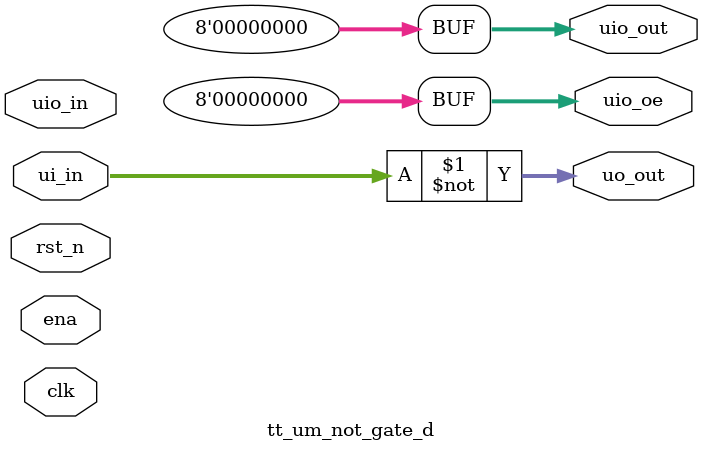
<source format=v>
/*
 * Copyright (c) 2024 Your Name
 * SPDX-License-Identifier: Apache-2.0
 */

`default_nettype none

module tt_um_not_gate_d (
    input  wire [7:0] ui_in,    // Dedicated inputs
    output wire [7:0] uo_out,   // Dedicated outputs
    input  wire  [7:0] uio_in,   // IOs: Input path
    output wire  [7:0] uio_out,  // IOs: Output path
    output wire  [7:0] uio_oe,   // IOs: Enable path (active high: 0=input, 1=output)
    input  wire     ena,      // always 1 when the design is powered, so you can ignore it
    input  wire       clk,      // clock
    input  wire       rst_n     // reset_n - low to reset
);



  // All output pins must be assigned. If not used, assign to 0.
  assign uo_out = ~ui_in; // Example: ou_out is the sum of ui_in and uio_in
  assign uio_out = 0;
  assign uio_oe  = 0;

endmodule

</source>
